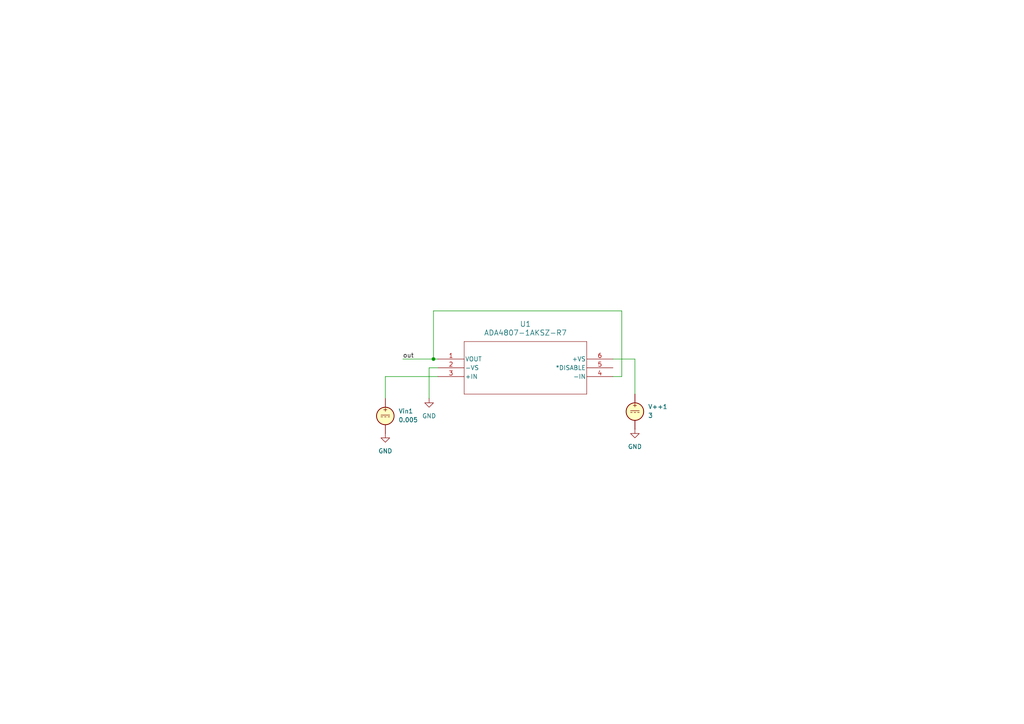
<source format=kicad_sch>
(kicad_sch (version 20231120) (generator "eeschema") (generator_version "8.0")
  (paper "A4")
  (lib_symbols
    (symbol "Opamp:ADA4807-1AKSZ-R7" (pin_names (offset 0.254))
      (property "Reference" "U" (at 25.4 10.16 0))
      (property "Value" "ADA4807-1AKSZ-R7" (at 25.4 7.62 0))
      (symbol "ADA4807-1AKSZ-R7_0_1"
        (polyline (pts (xy 7.62 -10.16) (xy 43.18 -10.16)) (stroke (width 0.127)))
        (polyline (pts (xy 7.62 5.08) (xy 7.62 -10.16)) (stroke (width 0.127)))
        (polyline (pts (xy 43.18 -10.16) (xy 43.18 5.08)) (stroke (width 0.127)))
        (polyline (pts (xy 43.18 5.08) (xy 7.62 5.08)) (stroke (width 0.127)))
        (pin power_in line (at 0 0 0) (length 7.62) (name "VOUT") (number "1"))
        (pin power_in line (at 0 -2.54 0) (length 7.62) (name "-VS") (number "2"))
        (pin input line (at 0 -5.08 0) (length 7.62) (name "+IN") (number "3"))
        (pin input line (at 50.8 -5.08 180) (length 7.62) (name "-IN") (number "4"))
        (pin unspecified line (at 50.8 -2.54 180) (length 7.62) (name "*DISABLE") (number "5"))
        (pin power_in line (at 50.8 0 180) (length 7.62) (name "+VS") (number "6"))
      )
    )
    (symbol "Simulation_SPICE:VDC" (pin_numbers hide) (pin_names (offset 0.0254))
      (property "Reference" "V" (at 2.54 2.54 0))
      (property "Value" "1" (at 2.54 0 0))
      (symbol "VDC_0_0"
        (polyline (pts (xy -1.27 0.254) (xy 1.27 0.254)))
        (polyline (pts (xy -0.762 -0.254) (xy -1.27 -0.254)))
        (polyline (pts (xy 0.254 -0.254) (xy -0.254 -0.254)))
        (polyline (pts (xy 1.27 -0.254) (xy 0.762 -0.254)))
        (text "+" (at 0 1.905 0) (effects (font (size 1.27 1.27))))
      )
      (symbol "VDC_0_1"
        (circle (center 0 0) (radius 2.54) (stroke (width 0.254)) (fill (type background)))
      )
      (symbol "VDC_1_1"
        (pin passive line (at 0 5.08 270) (length 2.54) (name "~") (number "1"))
        (pin passive line (at 0 -5.08 90) (length 2.54) (name "~") (number "2"))
      )
    )
    (symbol "power:GND" (power) (pin_numbers hide) (pin_names (offset 0) hide)
      (property "Value" "GND" (at 0 -3.81 0))
      (symbol "GND_0_1"
        (polyline (pts (xy 0 0) (xy 0 -1.27) (xy 1.27 -1.27) (xy 0 -2.54) (xy -1.27 -1.27) (xy 0 -1.27)))
      )
      (symbol "GND_1_1"
        (pin power_in line (at 0 0 270) (length 0) (name "~") (number "1"))
      )
    )
  )
  (junction (at 125.73 104.14))
  (wire (pts (xy 124.46 115.57) (xy 124.46 106.68)))
  (wire (pts (xy 180.34 109.22) (xy 177.8 109.22)))
  (wire (pts (xy 180.34 90.17) (xy 180.34 109.22)))
  (wire (pts (xy 124.46 106.68) (xy 127 106.68)))
  (wire (pts (xy 125.73 104.14) (xy 125.73 90.17)))
  (wire (pts (xy 184.15 104.14) (xy 184.15 114.3)))
  (wire (pts (xy 116.84 104.14) (xy 125.73 104.14)))
  (wire (pts (xy 111.76 109.22) (xy 127 109.22)))
  (wire (pts (xy 177.8 104.14) (xy 184.15 104.14)))
  (wire (pts (xy 111.76 109.22) (xy 111.76 115.57)))
  (wire (pts (xy 125.73 104.14) (xy 127 104.14)))
  (wire (pts (xy 125.73 90.17) (xy 180.34 90.17)))
  (label "out" (at 116.84 104.14 0))
  (symbol (lib_id "power:GND") (at 111.76 125.73 0) (unit 1)
    (property "Reference" "#PWR04" (effects (hide yes)))
    (property "Value" "GND" (at 111.76 130.81 0))
    (property "Description" "Power symbol creates a global label with name \"GND\" , ground" (effects (hide yes)))
  )
  (symbol (lib_id "Simulation_SPICE:VDC") (at 184.15 119.38 0) (unit 1)
    (property "Reference" "V++1" (at 187.96 117.9801 0) (effects (justify left)))
    (property "Value" "3" (at 187.96 120.5201 0) (effects (justify left)))
    (property "Datasheet" "https://ngspice.sourceforge.io/docs/ngspice-html-manual/manual.xhtml#sec_Independent_Sources_for" (effects (hide yes)))
    (property "Description" "Voltage source, DC" (effects (hide yes)))
    (property "Sim.Pins" "1=+ 2=-" (effects (hide yes)))
    (property "Sim.Type" "DC" (effects (hide yes)))
    (property "Sim.Device" "V" (effects (hide yes)))
  )
  (symbol (lib_id "Simulation_SPICE:VDC") (at 111.76 120.65 0) (unit 1)
    (property "Reference" "Vin1" (at 115.57 119.2501 0) (effects (justify left)))
    (property "Value" "0.005" (at 115.57 121.7901 0) (effects (justify left)))
    (property "Datasheet" "https://ngspice.sourceforge.io/docs/ngspice-html-manual/manual.xhtml#sec_Independent_Sources_for" (effects (hide yes)))
    (property "Description" "Voltage source, DC" (effects (hide yes)))
    (property "Sim.Pins" "1=+ 2=-" (effects (hide yes)))
    (property "Sim.Type" "DC" (effects (hide yes)))
    (property "Sim.Device" "V" (effects (hide yes)))
  )
  (symbol (lib_id "power:GND") (at 124.46 115.57 0) (unit 1)
    (property "Reference" "#PWR01" (effects (hide yes)))
    (property "Value" "GND" (at 124.46 120.65 0))
    (property "Description" "Power symbol creates a global label with name \"GND\" , ground" (effects (hide yes)))
  )
  (symbol (lib_id "Opamp:ADA4807-1AKSZ-R7") (at 127 104.14 0) (unit 1)
    (property "Reference" "U1" (at 152.4 93.98 0) (effects (font (size 1.524 1.524))))
    (property "Value" "ADA4807-1AKSZ-R7" (at 152.4 96.52 0) (effects (font (size 1.524 1.524))))
    (property "Footprint" "KS-6_ADI" (effects (hide yes)))
    (property "Datasheet" "ADA4807-1AKSZ-R7" (effects (hide yes)))
    (property "Sim.Library" "/home/maxwell/github-repos/sp-24-EE628/6_Test/2_PCB/test_board_1/TestBoardEDA/models/ADA4807.cir" (effects (hide yes)))
    (property "Sim.Name" "ADA4807" (effects (hide yes)))
    (property "Sim.Device" "SUBCKT" (effects (hide yes)))
    (property "Sim.Pins" "1=100 2=101 3=102 4=103 6=104 6=106" (effects (hide yes)))
  )
  (symbol (lib_id "power:GND") (at 184.15 124.46 0) (unit 1)
    (property "Reference" "#PWR02" (effects (hide yes)))
    (property "Value" "GND" (at 184.15 129.54 0))
    (property "Description" "Power symbol creates a global label with name \"GND\" , ground" (effects (hide yes)))
  )
)
</source>
